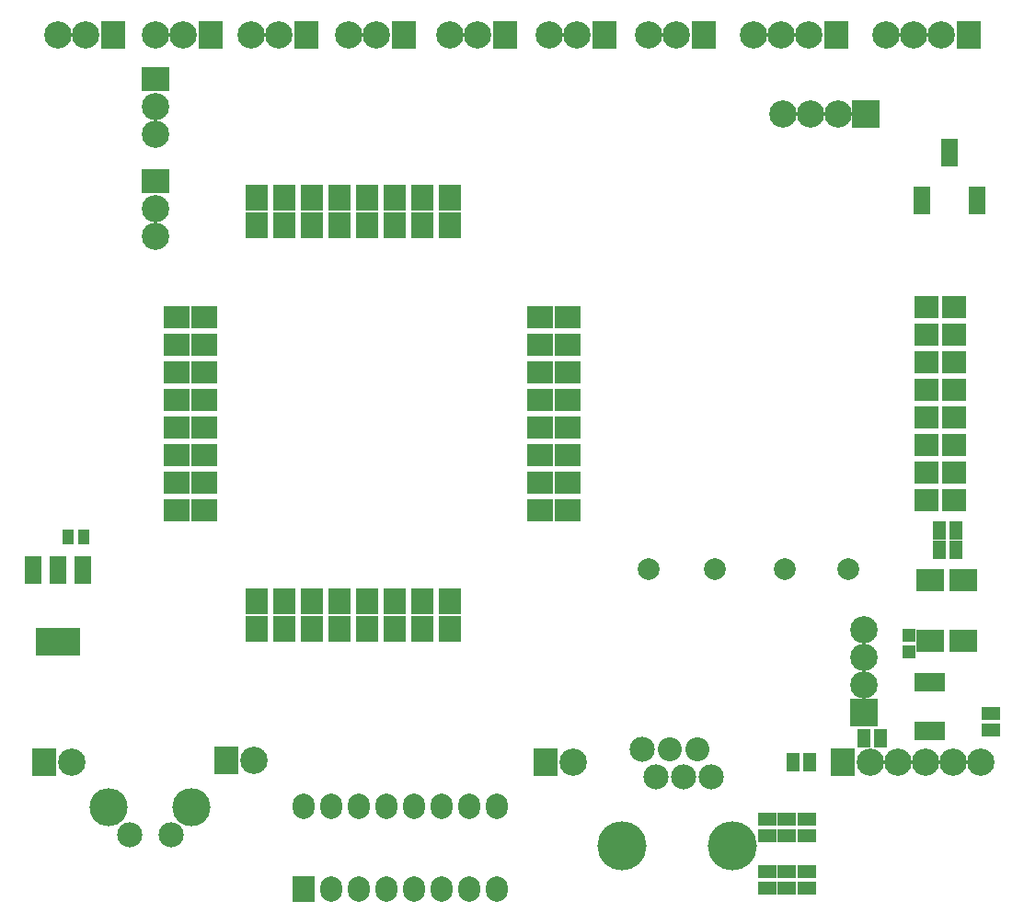
<source format=gts>
G04 #@! TF.FileFunction,Soldermask,Top*
%FSLAX46Y46*%
G04 Gerber Fmt 4.6, Leading zero omitted, Abs format (unit mm)*
G04 Created by KiCad (PCBNEW 4.0.6) date 11/02/17 20:58:10*
%MOMM*%
%LPD*%
G01*
G04 APERTURE LIST*
%ADD10C,0.150000*%
%ADD11R,2.506980X2.506980*%
%ADD12C,2.506980*%
%ADD13R,2.308860X2.506980*%
%ADD14R,1.258000X1.308000*%
%ADD15R,2.032000X2.332000*%
%ADD16O,2.032000X2.332000*%
%ADD17R,2.506980X2.308860*%
%ADD18R,2.108000X2.408000*%
%ADD19R,2.108200X2.408000*%
%ADD20R,2.407920X2.108200*%
%ADD21R,2.508000X2.008000*%
%ADD22R,2.508000X2.032000*%
%ADD23R,4.165600X2.540000*%
%ADD24R,1.524000X2.540000*%
%ADD25R,1.008000X1.408000*%
%ADD26C,2.308860*%
%ADD27C,2.208000*%
%ADD28C,4.508000*%
%ADD29R,2.308860X2.032000*%
%ADD30C,2.008000*%
%ADD31R,1.143000X1.651000*%
%ADD32R,1.651000X1.143000*%
%ADD33R,0.914400X1.778000*%
%ADD34C,3.507740*%
%ADD35O,3.507740X3.507740*%
%ADD36R,1.508760X2.506980*%
G04 APERTURE END LIST*
D10*
D11*
X108996480Y-128427480D03*
D12*
X108996480Y-125887480D03*
X108996480Y-123347480D03*
X108996480Y-120807480D03*
X114681000Y-132969000D03*
X112141000Y-132969000D03*
X109601000Y-132969000D03*
D13*
X107061000Y-132969000D03*
D12*
X117221000Y-132969000D03*
X119761000Y-132969000D03*
D14*
X113157000Y-121297000D03*
X113157000Y-122797000D03*
D15*
X57454800Y-144703800D03*
D16*
X57454800Y-137083800D03*
X59994800Y-144703800D03*
X59994800Y-137083800D03*
X62534800Y-144703800D03*
X62534800Y-137083800D03*
X65074800Y-144703800D03*
X65074800Y-137083800D03*
X67614800Y-144703800D03*
X67614800Y-137083800D03*
X70154800Y-144703800D03*
X70154800Y-137083800D03*
X72694800Y-144703800D03*
X72694800Y-137083800D03*
X75234800Y-144703800D03*
X75234800Y-137083800D03*
D17*
X43815000Y-70104000D03*
D12*
X43815000Y-72644000D03*
X43815000Y-75184000D03*
D18*
X53116480Y-83535520D03*
X53116480Y-80995520D03*
X55656480Y-83535520D03*
X55656480Y-80995520D03*
X58196480Y-83535520D03*
X58196480Y-80995520D03*
X60736480Y-83535520D03*
X60736480Y-80995520D03*
X63276480Y-83535520D03*
X63276480Y-80995520D03*
X65816480Y-83535520D03*
X65816480Y-80995520D03*
X68356480Y-83535520D03*
X68356480Y-80995520D03*
X70896480Y-83535520D03*
X70896480Y-80995520D03*
D19*
X53116480Y-120743980D03*
X53116480Y-118203980D03*
X55656480Y-120743980D03*
X55656480Y-118203980D03*
X58196480Y-120743980D03*
X58196480Y-118203980D03*
X60736480Y-120743980D03*
X60736480Y-118203980D03*
X63276480Y-120743980D03*
X63276480Y-118203980D03*
X65816480Y-120743980D03*
X65816480Y-118203980D03*
X68356480Y-120743980D03*
X68356480Y-118203980D03*
X70896480Y-120743980D03*
X70896480Y-118203980D03*
D20*
X48290480Y-109821980D03*
X45750480Y-109821980D03*
X48290480Y-107281980D03*
X45750480Y-107281980D03*
X48290480Y-104741980D03*
X45750480Y-104741980D03*
X48290480Y-102201980D03*
X45750480Y-102201980D03*
X48290480Y-99661980D03*
X45750480Y-99661980D03*
X48290480Y-97121980D03*
X45750480Y-97121980D03*
X48290480Y-94581980D03*
X45750480Y-94581980D03*
X48290480Y-92041980D03*
X45750480Y-92041980D03*
X81691480Y-92041980D03*
X79151480Y-92041980D03*
X81691480Y-94581980D03*
X79151480Y-94581980D03*
X81691480Y-97121980D03*
X79151480Y-97121980D03*
X81691480Y-99661980D03*
X79151480Y-99661980D03*
X81691480Y-102201980D03*
X79151480Y-102201980D03*
X81691480Y-104741980D03*
X79151480Y-104741980D03*
X81691480Y-107281980D03*
X79151480Y-107281980D03*
X81691480Y-109821980D03*
X79151480Y-109821980D03*
D21*
X118160800Y-121793000D03*
X115112800Y-121793000D03*
D22*
X118160800Y-116205000D03*
X115112800Y-116205000D03*
D13*
X118618000Y-66040000D03*
D12*
X116078000Y-66040000D03*
X113538000Y-66040000D03*
X110998000Y-66040000D03*
D13*
X94234000Y-66040000D03*
D12*
X91694000Y-66040000D03*
X89154000Y-66040000D03*
D11*
X109169200Y-73329800D03*
D12*
X106629200Y-73329800D03*
X104089200Y-73329800D03*
X101549200Y-73329800D03*
D13*
X66675000Y-66040000D03*
D12*
X64135000Y-66040000D03*
X61595000Y-66040000D03*
D13*
X57658000Y-66040000D03*
D12*
X55118000Y-66040000D03*
X52578000Y-66040000D03*
D13*
X48895000Y-66040000D03*
D12*
X46355000Y-66040000D03*
X43815000Y-66040000D03*
D13*
X39878000Y-66040000D03*
D12*
X37338000Y-66040000D03*
X34798000Y-66040000D03*
D23*
X34785300Y-121894600D03*
D24*
X34785300Y-115290600D03*
X32499300Y-115290600D03*
X37071300Y-115290600D03*
D25*
X35737100Y-112293400D03*
X37237100Y-112293400D03*
D26*
X92422980Y-134332980D03*
X89882980Y-134332980D03*
X94962980Y-134332980D03*
X88612980Y-131792980D03*
D27*
X91152980Y-131792980D03*
X93692980Y-131792980D03*
D28*
X96867980Y-140682980D03*
X86707980Y-140682980D03*
D29*
X114711480Y-91089480D03*
X117251480Y-91089480D03*
X114711480Y-93629480D03*
X117251480Y-93629480D03*
X114711480Y-96169480D03*
X117251480Y-96169480D03*
X114711480Y-98709480D03*
X117251480Y-98709480D03*
X114711480Y-101249480D03*
X117251480Y-101249480D03*
X114711480Y-103789480D03*
X117251480Y-103789480D03*
X114711480Y-106329480D03*
X117251480Y-106329480D03*
X114711480Y-108869480D03*
X117251480Y-108869480D03*
D30*
X89217500Y-115252500D03*
X95313500Y-115252500D03*
D31*
X115951000Y-113411000D03*
X117475000Y-113411000D03*
X110490000Y-130810000D03*
X108966000Y-130810000D03*
D32*
X120650000Y-128524000D03*
X120650000Y-130048000D03*
D31*
X117475000Y-111633000D03*
X115951000Y-111633000D03*
D33*
X116039900Y-125666500D03*
X115392200Y-125666500D03*
X114731800Y-125666500D03*
X114084100Y-125666500D03*
X114084100Y-130111500D03*
X114731800Y-130111500D03*
X115392200Y-130111500D03*
X116039900Y-130111500D03*
D26*
X45212000Y-139700000D03*
X41402000Y-139700000D03*
D34*
X47117000Y-137160000D03*
D35*
X39497000Y-137160000D03*
D32*
X101904800Y-138252200D03*
X101904800Y-139776200D03*
D31*
X102489000Y-132969000D03*
X104013000Y-132969000D03*
D32*
X100126800Y-138252200D03*
X100126800Y-139776200D03*
X103784400Y-139776200D03*
X103784400Y-138252200D03*
X103784400Y-144602200D03*
X103784400Y-143078200D03*
X100126800Y-143078200D03*
X100126800Y-144602200D03*
X101904800Y-143078200D03*
X101904800Y-144602200D03*
D30*
X101752400Y-115189000D03*
X107594400Y-115189000D03*
D13*
X79705200Y-133019800D03*
D12*
X82245200Y-133019800D03*
D13*
X50342800Y-132867400D03*
D12*
X52882800Y-132867400D03*
D13*
X106426000Y-66040000D03*
D12*
X103886000Y-66040000D03*
X101346000Y-66040000D03*
X98806000Y-66040000D03*
D13*
X85090000Y-66040000D03*
D12*
X82550000Y-66040000D03*
X80010000Y-66040000D03*
D13*
X75946000Y-66040000D03*
D12*
X73406000Y-66040000D03*
X70866000Y-66040000D03*
D13*
X33528000Y-132969000D03*
D12*
X36068000Y-132969000D03*
D17*
X43815000Y-79502000D03*
D12*
X43815000Y-82042000D03*
X43815000Y-84582000D03*
D36*
X116840000Y-76835000D03*
X114300000Y-81280000D03*
X119380000Y-81280000D03*
M02*

</source>
